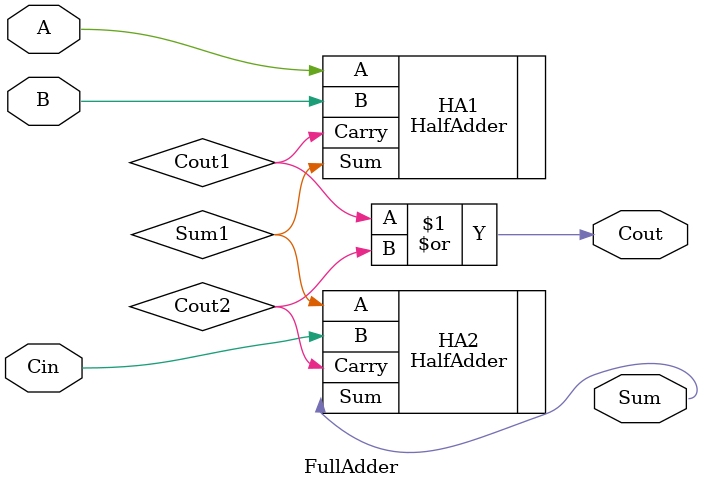
<source format=v>
module FullAdder(
  input wire A, // First input bit
  input wire B, // Second input bit
  input wire Cin, // Carry input
  output wire Sum, // Sum output
  output wire Cout // Carry output
);

  wire Sum1, Cout1, Cout2;

  // First half adder (HA1) adds A and B
  HalfAdder HA1 (
    .A(A),
    .B(B),
    .Sum(Sum1),
    .Carry(Cout1)
  );

  // Second half adder (HA2) adds Sum1 and Cin
  HalfAdder HA2 (
    .A(Sum1),
    .B(Cin),
    .Sum(Sum),
    .Carry(Cout2)
  );

  // The carry output of the full adder is the OR of Cout1 and Cout2
  assign Cout = Cout1 | Cout2;

endmodule

// WARNING
// This is an instanciated module; please refer to the * half adder * for further understanding.

</source>
